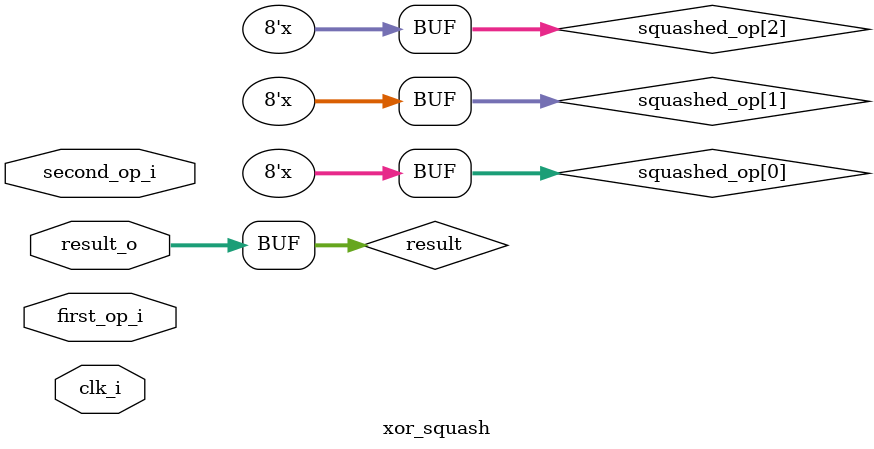
<source format=v>
module galois_mul(
   input                  clk_i,
   input  [WIDTH - 1 : 0] first_op_i,
   input  [WIDTH - 1 : 0] second_op_i,
   input  [WIDTH - 1 : 0] poly_op_i,
   output [WIDTH - 1 : 0] result_o
);
   parameter WIDTH = 8;
   reg [WIDTH - 1 : 0] result;
   assign result_o = result;
   
   wire [WIDTH - 1: 0] first_op_shifted [0 : WIDTH];
   wire [WIDTH - 1: 0] result_tmp [0 : WIDTH * 2];
  
   genvar i;
   generate
      // get x
      for (i = 0; i < WIDTH; i = i + 1) begin
         assign first_op_shifted[i] = (i == 0) ? first_op_i : (first_op_shifted[i - 1] << 1) ^ (first_op_shifted[i - 1] & (1 << (WIDTH - 1)) ? poly_op_i : 0);
      end
      // x & y
      for (i = 0; i < WIDTH; i = i + 1) begin
         assign result_tmp[i + WIDTH - 1] = { (WIDTH){second_op_i[i]} } & first_op_shifted[i];
      end
      // xor all x to result 
      for (i = 0; i < WIDTH - 1; i = i + 1) begin
         assign result_tmp[i] = result_tmp[i * 2 + 1] ^ result_tmp[i * 2 + 2];
      end
   endgenerate
 
   always @ (posedge clk_i) begin
      result <= result_tmp[0];
   end

endmodule


module xor_squash(
   input clk_i,
   input [TOTAL_WIDTH / 2 - 1 : 0] first_op_i,
   input [TOTAL_WIDTH / 2 - 1 : 0] second_op_i,
   input [SQUASH_WIDTH - 1 : 0]    result_o
);
   parameter TOTAL_WIDTH = 128;
   parameter SQUASH_WIDTH = 8;
   
   reg [SQUASH_WIDTH - 1 : 0] result;
   reg [SQUASH_WIDTH - 1 : 0] result_tmp;
   assign result_o = result;

   integer j;
   wire [SQUASH_WIDTH - 1 : 0] squashed_op [0 : TOTAL_WIDTH / SQUASH_WIDTH * 2 - 1];
   
   // save each SQUASH_WIDTH data to the array
   localparam n = TOTAL_WIDTH / SQUASH_WIDTH / 2;
   genvar i;
   generate
      for (i = 0; i < n; i = i + 1) begin
         assign squashed_op[i + n - 1] = first_op_i[SQUASH_WIDTH * (i + 1) - 1 : SQUASH_WIDTH * i] ^ second_op_i[SQUASH_WIDTH * (i + 1) - 1 : SQUASH_WIDTH * i];
      end      
      for (i = 0; i < n - 1; i = i + 1) begin
         assign squashed_op[i] = squashed_op[i * 2 + 1] ^ squashed_op[i * 2 + 2];
      end
   endgenerate   
   
   always @ (posedge clk_i) begin
      result <= squashed_op[0];
   end

endmodule


//1. ld.simd[] + replace -> res[63:0]
//2. galois.mul[63:0]    -> res[63:0]
//3. xor[63:0], [63:0]   -> res[7:0]
//4. shift[63:0], [63:0], [7:0] -> res[63:0], [63:0]

</source>
